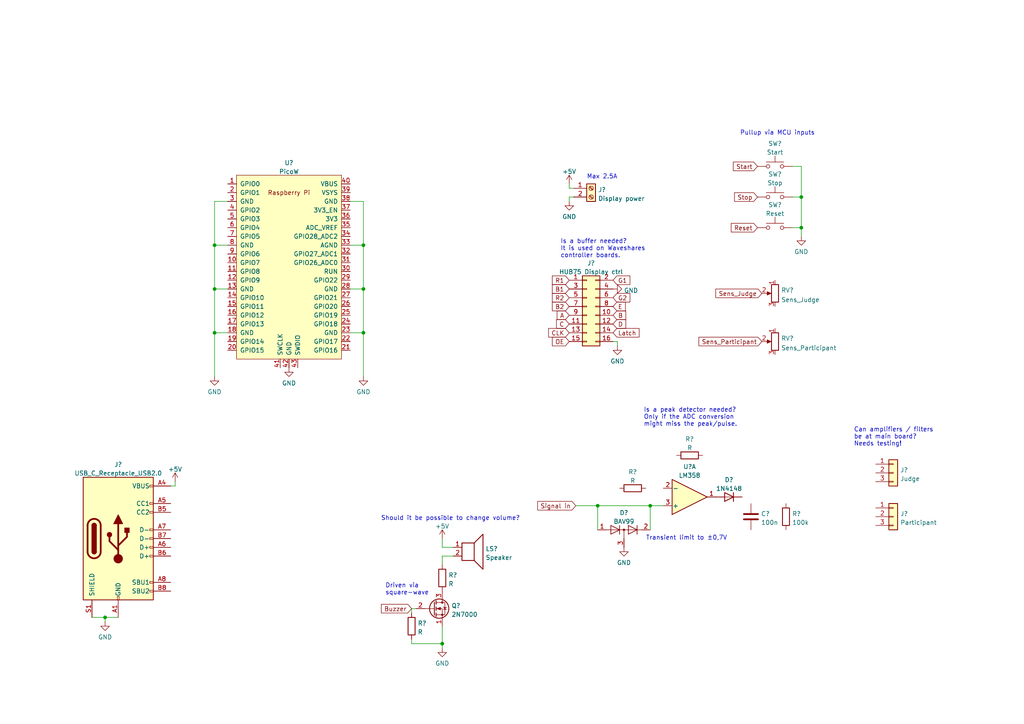
<source format=kicad_sch>
(kicad_sch (version 20211123) (generator eeschema)
  (paper "A4")
  (title_block (title "Bamses Øhlhäfvarstoppur (Bøs)"))
  (lib_symbols
    (symbol "Amplifier_Operational:LM358" (pin_names (offset 0.127))
      (property "Reference" "U" (at 0 5.08 0))
      (property "Value" "LM358" (at 0 -5.08 0))
      (symbol "LM358_1_1"
        (polyline (pts (xy -5.08 5.08) (xy 5.08 0) (xy -5.08 -5.08) (xy -5.08 5.08)) (stroke (width 0.254)) (fill (type background)))
        (pin output line (at 7.62 0 180) (length 2.54) (name "~") (number "1"))
        (pin input line (at -7.62 -2.54 0) (length 2.54) (name "-") (number "2"))
        (pin input line (at -7.62 2.54 0) (length 2.54) (name "+") (number "3"))
      )
      (symbol "LM358_2_1"
        (polyline (pts (xy -5.08 5.08) (xy 5.08 0) (xy -5.08 -5.08) (xy -5.08 5.08)) (stroke (width 0.254)) (fill (type background)))
        (pin input line (at -7.62 2.54 0) (length 2.54) (name "+") (number "5"))
        (pin input line (at -7.62 -2.54 0) (length 2.54) (name "-") (number "6"))
        (pin output line (at 7.62 0 180) (length 2.54) (name "~") (number "7"))
      )
      (symbol "LM358_3_1"
        (pin power_in line (at -2.54 -7.62 90) (length 3.81) (name "V-") (number "4"))
        (pin power_in line (at -2.54 7.62 270) (length 3.81) (name "V+") (number "8"))
      )
    )
    (symbol "Connector:Screw_Terminal_01x02" (pin_names (offset 1.016) hide)
      (property "Reference" "J" (at 0 2.54 0))
      (property "Value" "Screw_Terminal_01x02" (at 0 -5.08 0))
      (symbol "Screw_Terminal_01x02_1_1"
        (rectangle (start -1.27 1.27) (end 1.27 -3.81) (stroke (width 0.254)) (fill (type background)))
        (circle (center 0 -2.54) (radius 0.635) (stroke (width 0.1524)))
        (polyline (pts (xy -0.5334 -2.2098) (xy 0.3302 -3.048)) (stroke (width 0.1524)))
        (polyline (pts (xy -0.5334 0.3302) (xy 0.3302 -0.508)) (stroke (width 0.1524)))
        (polyline (pts (xy -0.3556 -2.032) (xy 0.508 -2.8702)) (stroke (width 0.1524)))
        (polyline (pts (xy -0.3556 0.508) (xy 0.508 -0.3302)) (stroke (width 0.1524)))
        (circle (center 0 0) (radius 0.635) (stroke (width 0.1524)))
        (pin passive line (at -5.08 0 0) (length 3.81) (name "Pin_1") (number "1"))
        (pin passive line (at -5.08 -2.54 0) (length 3.81) (name "Pin_2") (number "2"))
      )
    )
    (symbol "Connector:USB_C_Receptacle_USB2.0" (pin_names (offset 1.016))
      (property "Reference" "J" (at -10.16 19.05 0))
      (property "Value" "USB_C_Receptacle_USB2.0" (at 19.05 19.05 0))
      (symbol "USB_C_Receptacle_USB2.0_0_0"
        (rectangle (start -0.254 -17.78) (end 0.254 -16.764))
        (rectangle (start 10.16 -14.986) (end 9.144 -15.494))
        (rectangle (start 10.16 -12.446) (end 9.144 -12.954))
        (rectangle (start 10.16 -4.826) (end 9.144 -5.334))
        (rectangle (start 10.16 -2.286) (end 9.144 -2.794))
        (rectangle (start 10.16 0.254) (end 9.144 -0.254))
        (rectangle (start 10.16 2.794) (end 9.144 2.286))
        (rectangle (start 10.16 7.874) (end 9.144 7.366))
        (rectangle (start 10.16 10.414) (end 9.144 9.906))
        (rectangle (start 10.16 15.494) (end 9.144 14.986))
      )
      (symbol "USB_C_Receptacle_USB2.0_0_1"
        (rectangle (start -10.16 17.78) (end 10.16 -17.78) (stroke (width 0.254)) (fill (type background)))
        (arc (start -8.89 -3.81) (mid -6.985 -5.715) (end -5.08 -3.81) (stroke (width 0.508)))
        (arc (start -7.62 -3.81) (mid -6.985 -4.445) (end -6.35 -3.81) (stroke (width 0.254)))
        (arc (start -7.62 -3.81) (mid -6.985 -4.445) (end -6.35 -3.81) (stroke (width 0.254)) (fill (type outline)))
        (rectangle (start -7.62 -3.81) (end -6.35 3.81) (stroke (width 0.254)) (fill (type outline)))
        (arc (start -6.35 3.81) (mid -6.985 4.445) (end -7.62 3.81) (stroke (width 0.254)))
        (arc (start -6.35 3.81) (mid -6.985 4.445) (end -7.62 3.81) (stroke (width 0.254)) (fill (type outline)))
        (arc (start -5.08 3.81) (mid -6.985 5.715) (end -8.89 3.81) (stroke (width 0.508)))
        (circle (center -2.54 1.143) (radius 0.635) (stroke (width 0.254)) (fill (type outline)))
        (circle (center 0 -5.842) (radius 1.27) (fill (type outline)))
        (polyline (pts (xy -8.89 -3.81) (xy -8.89 3.81)) (stroke (width 0.508)))
        (polyline (pts (xy -5.08 3.81) (xy -5.08 -3.81)) (stroke (width 0.508)))
        (polyline (pts (xy 0 -5.842) (xy 0 4.318)) (stroke (width 0.508)))
        (polyline (pts (xy 0 -3.302) (xy -2.54 -0.762) (xy -2.54 0.508)) (stroke (width 0.508)))
        (polyline (pts (xy 0 -2.032) (xy 2.54 0.508) (xy 2.54 1.778)) (stroke (width 0.508)))
        (polyline (pts (xy -1.27 4.318) (xy 0 6.858) (xy 1.27 4.318) (xy -1.27 4.318)) (stroke (width 0.254)) (fill (type outline)))
        (rectangle (start 1.905 1.778) (end 3.175 3.048) (stroke (width 0.254)) (fill (type outline)))
      )
      (symbol "USB_C_Receptacle_USB2.0_1_1"
        (pin passive line (at 0 -22.86 90) (length 5.08) (name "GND") (number "A1"))
        (pin passive line (at 0 -22.86 90) (length 5.08) hide (name "GND") (number "A12"))
        (pin passive line (at 15.24 15.24 180) (length 5.08) (name "VBUS") (number "A4"))
        (pin bidirectional line (at 15.24 10.16 180) (length 5.08) (name "CC1") (number "A5"))
        (pin bidirectional line (at 15.24 -2.54 180) (length 5.08) (name "D+") (number "A6"))
        (pin bidirectional line (at 15.24 2.54 180) (length 5.08) (name "D-") (number "A7"))
        (pin bidirectional line (at 15.24 -12.7 180) (length 5.08) (name "SBU1") (number "A8"))
        (pin passive line (at 15.24 15.24 180) (length 5.08) hide (name "VBUS") (number "A9"))
        (pin passive line (at 0 -22.86 90) (length 5.08) hide (name "GND") (number "B1"))
        (pin passive line (at 0 -22.86 90) (length 5.08) hide (name "GND") (number "B12"))
        (pin passive line (at 15.24 15.24 180) (length 5.08) hide (name "VBUS") (number "B4"))
        (pin bidirectional line (at 15.24 7.62 180) (length 5.08) (name "CC2") (number "B5"))
        (pin bidirectional line (at 15.24 -5.08 180) (length 5.08) (name "D+") (number "B6"))
        (pin bidirectional line (at 15.24 0 180) (length 5.08) (name "D-") (number "B7"))
        (pin bidirectional line (at 15.24 -15.24 180) (length 5.08) (name "SBU2") (number "B8"))
        (pin passive line (at 15.24 15.24 180) (length 5.08) hide (name "VBUS") (number "B9"))
        (pin passive line (at -7.62 -22.86 90) (length 5.08) (name "SHIELD") (number "S1"))
      )
    )
    (symbol "Connector_Generic:Conn_01x03" (pin_names (offset 1.016) hide)
      (property "Reference" "J" (at 0 5.08 0))
      (property "Value" "Conn_01x03" (at 0 -5.08 0))
      (symbol "Conn_01x03_1_1"
        (rectangle (start -1.27 -2.413) (end 0 -2.667) (stroke (width 0.1524)))
        (rectangle (start -1.27 0.127) (end 0 -0.127) (stroke (width 0.1524)))
        (rectangle (start -1.27 2.667) (end 0 2.413) (stroke (width 0.1524)))
        (rectangle (start -1.27 3.81) (end 1.27 -3.81) (stroke (width 0.254)) (fill (type background)))
        (pin passive line (at -5.08 2.54 0) (length 3.81) (name "Pin_1") (number "1"))
        (pin passive line (at -5.08 0 0) (length 3.81) (name "Pin_2") (number "2"))
        (pin passive line (at -5.08 -2.54 0) (length 3.81) (name "Pin_3") (number "3"))
      )
    )
    (symbol "Connector_Generic:Conn_02x08_Odd_Even" (pin_names (offset 1.016) hide)
      (property "Reference" "J" (at 1.27 10.16 0))
      (property "Value" "Conn_02x08_Odd_Even" (at 1.27 -12.7 0))
      (symbol "Conn_02x08_Odd_Even_1_1"
        (rectangle (start -1.27 -10.033) (end 0 -10.287) (stroke (width 0.1524)))
        (rectangle (start -1.27 -7.493) (end 0 -7.747) (stroke (width 0.1524)))
        (rectangle (start -1.27 -4.953) (end 0 -5.207) (stroke (width 0.1524)))
        (rectangle (start -1.27 -2.413) (end 0 -2.667) (stroke (width 0.1524)))
        (rectangle (start -1.27 0.127) (end 0 -0.127) (stroke (width 0.1524)))
        (rectangle (start -1.27 2.667) (end 0 2.413) (stroke (width 0.1524)))
        (rectangle (start -1.27 5.207) (end 0 4.953) (stroke (width 0.1524)))
        (rectangle (start -1.27 7.747) (end 0 7.493) (stroke (width 0.1524)))
        (rectangle (start -1.27 8.89) (end 3.81 -11.43) (stroke (width 0.254)) (fill (type background)))
        (rectangle (start 3.81 -10.033) (end 2.54 -10.287) (stroke (width 0.1524)))
        (rectangle (start 3.81 -7.493) (end 2.54 -7.747) (stroke (width 0.1524)))
        (rectangle (start 3.81 -4.953) (end 2.54 -5.207) (stroke (width 0.1524)))
        (rectangle (start 3.81 -2.413) (end 2.54 -2.667) (stroke (width 0.1524)))
        (rectangle (start 3.81 0.127) (end 2.54 -0.127) (stroke (width 0.1524)))
        (rectangle (start 3.81 2.667) (end 2.54 2.413) (stroke (width 0.1524)))
        (rectangle (start 3.81 5.207) (end 2.54 4.953) (stroke (width 0.1524)))
        (rectangle (start 3.81 7.747) (end 2.54 7.493) (stroke (width 0.1524)))
        (pin passive line (at -5.08 7.62 0) (length 3.81) (name "Pin_1") (number "1"))
        (pin passive line (at 7.62 -2.54 180) (length 3.81) (name "Pin_10") (number "10"))
        (pin passive line (at -5.08 -5.08 0) (length 3.81) (name "Pin_11") (number "11"))
        (pin passive line (at 7.62 -5.08 180) (length 3.81) (name "Pin_12") (number "12"))
        (pin passive line (at -5.08 -7.62 0) (length 3.81) (name "Pin_13") (number "13"))
        (pin passive line (at 7.62 -7.62 180) (length 3.81) (name "Pin_14") (number "14"))
        (pin passive line (at -5.08 -10.16 0) (length 3.81) (name "Pin_15") (number "15"))
        (pin passive line (at 7.62 -10.16 180) (length 3.81) (name "Pin_16") (number "16"))
        (pin passive line (at 7.62 7.62 180) (length 3.81) (name "Pin_2") (number "2"))
        (pin passive line (at -5.08 5.08 0) (length 3.81) (name "Pin_3") (number "3"))
        (pin passive line (at 7.62 5.08 180) (length 3.81) (name "Pin_4") (number "4"))
        (pin passive line (at -5.08 2.54 0) (length 3.81) (name "Pin_5") (number "5"))
        (pin passive line (at 7.62 2.54 180) (length 3.81) (name "Pin_6") (number "6"))
        (pin passive line (at -5.08 0 0) (length 3.81) (name "Pin_7") (number "7"))
        (pin passive line (at 7.62 0 180) (length 3.81) (name "Pin_8") (number "8"))
        (pin passive line (at -5.08 -2.54 0) (length 3.81) (name "Pin_9") (number "9"))
      )
    )
    (symbol "Device:C" (pin_numbers hide) (pin_names (offset 0.254))
      (property "Reference" "C" (at 0.635 2.54 0))
      (property "Value" "C" (at 0.635 -2.54 0))
      (symbol "C_0_1"
        (polyline (pts (xy -2.032 -0.762) (xy 2.032 -0.762)) (stroke (width 0.508)))
        (polyline (pts (xy -2.032 0.762) (xy 2.032 0.762)) (stroke (width 0.508)))
      )
      (symbol "C_1_1"
        (pin passive line (at 0 3.81 270) (length 2.794) (name "~") (number "1"))
        (pin passive line (at 0 -3.81 90) (length 2.794) (name "~") (number "2"))
      )
    )
    (symbol "Device:D" (pin_numbers hide) (pin_names (offset 1.016) hide)
      (property "Reference" "D" (at 0 2.54 0))
      (property "Value" "D" (at 0 -2.54 0))
      (symbol "D_0_1"
        (polyline (pts (xy -1.27 1.27) (xy -1.27 -1.27)) (stroke (width 0.254)))
        (polyline (pts (xy 1.27 0) (xy -1.27 0)))
        (polyline (pts (xy 1.27 1.27) (xy 1.27 -1.27) (xy -1.27 0) (xy 1.27 1.27)) (stroke (width 0.254)))
      )
      (symbol "D_1_1"
        (pin passive line (at -3.81 0 0) (length 2.54) (name "K") (number "1"))
        (pin passive line (at 3.81 0 180) (length 2.54) (name "A") (number "2"))
      )
    )
    (symbol "Device:R" (pin_numbers hide) (pin_names (offset 0))
      (property "Reference" "R" (at 2.032 0 90))
      (property "Value" "R" (at 0 0 90))
      (symbol "R_0_1"
        (rectangle (start -1.016 -2.54) (end 1.016 2.54) (stroke (width 0.254)))
      )
      (symbol "R_1_1"
        (pin passive line (at 0 3.81 270) (length 1.27) (name "~") (number "1"))
        (pin passive line (at 0 -3.81 90) (length 1.27) (name "~") (number "2"))
      )
    )
    (symbol "Device:R_Potentiometer" (pin_names (offset 1.016) hide)
      (property "Reference" "RV" (at -4.445 0 90))
      (property "Value" "R_Potentiometer" (at -2.54 0 90))
      (symbol "R_Potentiometer_0_1"
        (polyline (pts (xy 2.54 0) (xy 1.524 0)))
        (polyline (pts (xy 1.143 0) (xy 2.286 0.508) (xy 2.286 -0.508) (xy 1.143 0)) (fill (type outline)))
        (rectangle (start 1.016 2.54) (end -1.016 -2.54) (stroke (width 0.254)))
      )
      (symbol "R_Potentiometer_1_1"
        (pin passive line (at 0 3.81 270) (length 1.27) (name "1") (number "1"))
        (pin passive line (at 3.81 0 180) (length 1.27) (name "2") (number "2"))
        (pin passive line (at 0 -3.81 90) (length 1.27) (name "3") (number "3"))
      )
    )
    (symbol "Device:Speaker" (pin_names (offset 0) hide)
      (property "Reference" "LS" (at 1.27 5.715 0))
      (property "Value" "Speaker" (at 1.27 3.81 0))
      (symbol "Speaker_0_0"
        (rectangle (start -2.54 1.27) (end 1.016 -3.81) (stroke (width 0.254)))
        (polyline (pts (xy 1.016 1.27) (xy 3.556 3.81) (xy 3.556 -6.35) (xy 1.016 -3.81)) (stroke (width 0.254)))
      )
      (symbol "Speaker_1_1"
        (pin input line (at -5.08 0 0) (length 2.54) (name "1") (number "1"))
        (pin input line (at -5.08 -2.54 0) (length 2.54) (name "2") (number "2"))
      )
    )
    (symbol "Diode:BAV99" (pin_names hide)
      (property "Reference" "D" (at 0 5.08 0))
      (property "Value" "BAV99" (at 0 2.54 0))
      (symbol "BAV99_0_1"
        (polyline (pts (xy -5.08 0) (xy 5.08 0)))
      )
      (symbol "BAV99_1_1"
        (polyline (pts (xy 0 0) (xy 0 -2.54)))
        (polyline (pts (xy -1.27 -1.27) (xy -1.27 1.27) (xy -1.27 1.27)) (stroke (width 0.2032)))
        (polyline (pts (xy 3.81 1.27) (xy 3.81 -1.27) (xy 3.81 -1.27)) (stroke (width 0.2032)))
        (polyline (pts (xy -3.81 1.27) (xy -1.27 0) (xy -3.81 -1.27) (xy -3.81 1.27) (xy -3.81 1.27) (xy -3.81 1.27)) (stroke (width 0.2032)))
        (polyline (pts (xy 1.27 1.27) (xy 3.81 0) (xy 1.27 -1.27) (xy 1.27 1.27) (xy 1.27 1.27) (xy 1.27 1.27)) (stroke (width 0.2032)))
        (circle (center 0 0) (radius 0.254) (fill (type outline)))
        (pin passive line (at -7.62 0 0) (length 2.54) (name "K") (number "1"))
        (pin passive line (at 7.62 0 180) (length 2.54) (name "A") (number "2"))
        (pin passive line (at 0 -5.08 90) (length 2.54) (name "K") (number "3"))
      )
    )
    (symbol "RPi_Pico:PicoW" (pin_names (offset 1.016))
      (property "Reference" "U" (at -13.97 27.94 0))
      (property "Value" "PicoW" (at 0 19.05 0))
      (symbol "PicoW_0_0"
        (text "Raspberry Pi" (at 0 21.59 0) (effects (font (size 1.27 1.27))))
      )
      (symbol "PicoW_0_1"
        (rectangle (start -15.24 26.67) (end 15.24 -26.67) (fill (type background)))
      )
      (symbol "PicoW_1_1"
        (pin bidirectional line (at -17.78 24.13 0) (length 2.54) (name "GPIO0") (number "1"))
        (pin bidirectional line (at -17.78 1.27 0) (length 2.54) (name "GPIO7") (number "10"))
        (pin bidirectional line (at -17.78 -1.27 0) (length 2.54) (name "GPIO8") (number "11"))
        (pin bidirectional line (at -17.78 -3.81 0) (length 2.54) (name "GPIO9") (number "12"))
        (pin power_in line (at -17.78 -6.35 0) (length 2.54) (name "GND") (number "13"))
        (pin bidirectional line (at -17.78 -8.89 0) (length 2.54) (name "GPIO10") (number "14"))
        (pin bidirectional line (at -17.78 -11.43 0) (length 2.54) (name "GPIO11") (number "15"))
        (pin bidirectional line (at -17.78 -13.97 0) (length 2.54) (name "GPIO12") (number "16"))
        (pin bidirectional line (at -17.78 -16.51 0) (length 2.54) (name "GPIO13") (number "17"))
        (pin power_in line (at -17.78 -19.05 0) (length 2.54) (name "GND") (number "18"))
        (pin bidirectional line (at -17.78 -21.59 0) (length 2.54) (name "GPIO14") (number "19"))
        (pin bidirectional line (at -17.78 21.59 0) (length 2.54) (name "GPIO1") (number "2"))
        (pin bidirectional line (at -17.78 -24.13 0) (length 2.54) (name "GPIO15") (number "20"))
        (pin bidirectional line (at 17.78 -24.13 180) (length 2.54) (name "GPIO16") (number "21"))
        (pin bidirectional line (at 17.78 -21.59 180) (length 2.54) (name "GPIO17") (number "22"))
        (pin power_in line (at 17.78 -19.05 180) (length 2.54) (name "GND") (number "23"))
        (pin bidirectional line (at 17.78 -16.51 180) (length 2.54) (name "GPIO18") (number "24"))
        (pin bidirectional line (at 17.78 -13.97 180) (length 2.54) (name "GPIO19") (number "25"))
        (pin bidirectional line (at 17.78 -11.43 180) (length 2.54) (name "GPIO20") (number "26"))
        (pin bidirectional line (at 17.78 -8.89 180) (length 2.54) (name "GPIO21") (number "27"))
        (pin power_in line (at 17.78 -6.35 180) (length 2.54) (name "GND") (number "28"))
        (pin bidirectional line (at 17.78 -3.81 180) (length 2.54) (name "GPIO22") (number "29"))
        (pin power_in line (at -17.78 19.05 0) (length 2.54) (name "GND") (number "3"))
        (pin input line (at 17.78 -1.27 180) (length 2.54) (name "RUN") (number "30"))
        (pin bidirectional line (at 17.78 1.27 180) (length 2.54) (name "GPIO26_ADC0") (number "31"))
        (pin bidirectional line (at 17.78 3.81 180) (length 2.54) (name "GPIO27_ADC1") (number "32"))
        (pin power_in line (at 17.78 6.35 180) (length 2.54) (name "AGND") (number "33"))
        (pin bidirectional line (at 17.78 8.89 180) (length 2.54) (name "GPIO28_ADC2") (number "34"))
        (pin unspecified line (at 17.78 11.43 180) (length 2.54) (name "ADC_VREF") (number "35"))
        (pin unspecified line (at 17.78 13.97 180) (length 2.54) (name "3V3") (number "36"))
        (pin input line (at 17.78 16.51 180) (length 2.54) (name "3V3_EN") (number "37"))
        (pin bidirectional line (at 17.78 19.05 180) (length 2.54) (name "GND") (number "38"))
        (pin unspecified line (at 17.78 21.59 180) (length 2.54) (name "VSYS") (number "39"))
        (pin bidirectional line (at -17.78 16.51 0) (length 2.54) (name "GPIO2") (number "4"))
        (pin unspecified line (at 17.78 24.13 180) (length 2.54) (name "VBUS") (number "40"))
        (pin input line (at -2.54 -29.21 90) (length 2.54) (name "SWCLK") (number "41"))
        (pin power_in line (at 0 -29.21 90) (length 2.54) (name "GND") (number "42"))
        (pin bidirectional line (at 2.54 -29.21 90) (length 2.54) (name "SWDIO") (number "43"))
        (pin bidirectional line (at -17.78 13.97 0) (length 2.54) (name "GPIO3") (number "5"))
        (pin bidirectional line (at -17.78 11.43 0) (length 2.54) (name "GPIO4") (number "6"))
        (pin bidirectional line (at -17.78 8.89 0) (length 2.54) (name "GPIO5") (number "7"))
        (pin power_in line (at -17.78 6.35 0) (length 2.54) (name "GND") (number "8"))
        (pin bidirectional line (at -17.78 3.81 0) (length 2.54) (name "GPIO6") (number "9"))
      )
    )
    (symbol "Switch:SW_Push" (pin_numbers hide) (pin_names (offset 1.016) hide)
      (property "Reference" "SW" (at 1.27 2.54 0))
      (property "Value" "SW_Push" (at 0 -1.524 0))
      (symbol "SW_Push_0_1"
        (circle (center -2.032 0) (radius 0.508))
        (polyline (pts (xy 0 1.27) (xy 0 3.048)))
        (polyline (pts (xy 2.54 1.27) (xy -2.54 1.27)))
        (circle (center 2.032 0) (radius 0.508))
        (pin passive line (at -5.08 0 0) (length 2.54) (name "1") (number "1"))
        (pin passive line (at 5.08 0 180) (length 2.54) (name "2") (number "2"))
      )
    )
    (symbol "Transistor_FET:2N7000" (pin_names hide)
      (property "Reference" "Q" (at 5.08 1.905 0))
      (property "Value" "2N7000" (at 5.08 0 0))
      (symbol "2N7000_0_1"
        (polyline (pts (xy 0.254 0) (xy -2.54 0)))
        (polyline (pts (xy 0.254 1.905) (xy 0.254 -1.905)) (stroke (width 0.254)))
        (polyline (pts (xy 0.762 -1.27) (xy 0.762 -2.286)) (stroke (width 0.254)))
        (polyline (pts (xy 0.762 0.508) (xy 0.762 -0.508)) (stroke (width 0.254)))
        (polyline (pts (xy 0.762 2.286) (xy 0.762 1.27)) (stroke (width 0.254)))
        (polyline (pts (xy 2.54 2.54) (xy 2.54 1.778)))
        (polyline (pts (xy 2.54 -2.54) (xy 2.54 0) (xy 0.762 0)))
        (polyline (pts (xy 0.762 -1.778) (xy 3.302 -1.778) (xy 3.302 1.778) (xy 0.762 1.778)))
        (polyline (pts (xy 1.016 0) (xy 2.032 0.381) (xy 2.032 -0.381) (xy 1.016 0)) (fill (type outline)))
        (polyline (pts (xy 2.794 0.508) (xy 2.921 0.381) (xy 3.683 0.381) (xy 3.81 0.254)))
        (polyline (pts (xy 3.302 0.381) (xy 2.921 -0.254) (xy 3.683 -0.254) (xy 3.302 0.381)))
        (circle (center 1.651 0) (radius 2.794) (stroke (width 0.254)))
        (circle (center 2.54 -1.778) (radius 0.254) (fill (type outline)))
        (circle (center 2.54 1.778) (radius 0.254) (fill (type outline)))
      )
      (symbol "2N7000_1_1"
        (pin passive line (at 2.54 -5.08 90) (length 2.54) (name "S") (number "1"))
        (pin input line (at -5.08 0 0) (length 2.54) (name "G") (number "2"))
        (pin passive line (at 2.54 5.08 270) (length 2.54) (name "D") (number "3"))
      )
    )
    (symbol "power:+5V" (power) (pin_names (offset 0))
      (property "Value" "+5V" (at 0 3.556 0))
      (symbol "+5V_0_1"
        (polyline (pts (xy -0.762 1.27) (xy 0 2.54)))
        (polyline (pts (xy 0 0) (xy 0 2.54)))
        (polyline (pts (xy 0 2.54) (xy 0.762 1.27)))
      )
      (symbol "+5V_1_1"
        (pin power_in line (at 0 0 90) (length 0) hide (name "+5V") (number "1"))
      )
    )
    (symbol "power:GND" (power) (pin_names (offset 0))
      (property "Value" "GND" (at 0 -3.81 0))
      (symbol "GND_0_1"
        (polyline (pts (xy 0 0) (xy 0 -1.27) (xy 1.27 -1.27) (xy 0 -2.54) (xy -1.27 -1.27) (xy 0 -1.27)))
      )
      (symbol "GND_1_1"
        (pin power_in line (at 0 0 270) (length 0) hide (name "GND") (number "1"))
      )
    )
  )
  (junction (at 62.23 71.12))
  (junction (at 173.355 146.685))
  (junction (at 105.41 96.52))
  (junction (at 188.595 146.685))
  (junction (at 105.41 83.82))
  (junction (at 128.27 186.69))
  (junction (at 105.41 71.12))
  (junction (at 62.23 96.52))
  (junction (at 232.41 66.04))
  (junction (at 232.41 57.15))
  (junction (at 62.23 83.82))
  (junction (at 30.48 179.07))
  (wire (pts (xy 166.37 54.61) (xy 165.1 54.61)))
  (wire (pts (xy 128.27 161.29) (xy 131.445 161.29)))
  (wire (pts (xy 165.1 57.15) (xy 166.37 57.15)))
  (wire (pts (xy 232.41 48.26) (xy 232.41 57.15)))
  (wire (pts (xy 188.595 153.67) (xy 188.595 146.685)))
  (wire (pts (xy 62.23 96.52) (xy 66.04 96.52)))
  (wire (pts (xy 105.41 71.12) (xy 105.41 83.82)))
  (wire (pts (xy 232.41 57.15) (xy 232.41 66.04)))
  (wire (pts (xy 26.67 179.07) (xy 30.48 179.07)))
  (wire (pts (xy 229.87 48.26) (xy 232.41 48.26)))
  (wire (pts (xy 179.07 99.06) (xy 179.07 100.33)))
  (wire (pts (xy 30.48 179.07) (xy 30.48 180.34)))
  (wire (pts (xy 128.27 186.69) (xy 128.27 187.96)))
  (wire (pts (xy 101.6 83.82) (xy 105.41 83.82)))
  (wire (pts (xy 128.27 181.61) (xy 128.27 186.69)))
  (wire (pts (xy 62.23 58.42) (xy 62.23 71.12)))
  (wire (pts (xy 165.1 58.42) (xy 165.1 57.15)))
  (wire (pts (xy 232.41 66.04) (xy 232.41 68.58)))
  (wire (pts (xy 188.595 146.685) (xy 173.355 146.685)))
  (wire (pts (xy 128.27 158.75) (xy 131.445 158.75)))
  (wire (pts (xy 188.595 146.685) (xy 192.405 146.685)))
  (wire (pts (xy 119.38 176.53) (xy 120.65 176.53)))
  (wire (pts (xy 62.23 71.12) (xy 62.23 83.82)))
  (wire (pts (xy 119.38 186.69) (xy 128.27 186.69)))
  (wire (pts (xy 177.8 99.06) (xy 179.07 99.06)))
  (wire (pts (xy 62.23 83.82) (xy 66.04 83.82)))
  (wire (pts (xy 101.6 96.52) (xy 105.41 96.52)))
  (wire (pts (xy 173.355 146.685) (xy 173.355 153.67)))
  (wire (pts (xy 128.27 156.21) (xy 128.27 158.75)))
  (wire (pts (xy 105.41 58.42) (xy 105.41 71.12)))
  (wire (pts (xy 165.1 54.61) (xy 165.1 53.34)))
  (wire (pts (xy 101.6 71.12) (xy 105.41 71.12)))
  (wire (pts (xy 105.41 83.82) (xy 105.41 96.52)))
  (wire (pts (xy 229.87 66.04) (xy 232.41 66.04)))
  (wire (pts (xy 119.38 186.69) (xy 119.38 185.42)))
  (wire (pts (xy 50.8 140.97) (xy 50.8 139.7)))
  (wire (pts (xy 101.6 58.42) (xy 105.41 58.42)))
  (wire (pts (xy 173.355 146.685) (xy 167.005 146.685)))
  (wire (pts (xy 119.38 177.8) (xy 119.38 176.53)))
  (wire (pts (xy 49.53 140.97) (xy 50.8 140.97)))
  (wire (pts (xy 62.23 96.52) (xy 62.23 109.22)))
  (wire (pts (xy 62.23 71.12) (xy 66.04 71.12)))
  (wire (pts (xy 128.27 161.29) (xy 128.27 163.83)))
  (wire (pts (xy 30.48 179.07) (xy 34.29 179.07)))
  (wire (pts (xy 105.41 96.52) (xy 105.41 109.22)))
  (wire (pts (xy 229.87 57.15) (xy 232.41 57.15)))
  (wire (pts (xy 62.23 83.82) (xy 62.23 96.52)))
  (wire (pts (xy 66.04 58.42) (xy 62.23 58.42)))
  (text "Max 2.5A" (at 170.18 52.07 0) (effects (font (size 1.27 1.27)) (justify left bottom)))
  (text "Is a buffer needed?\nIt is used on Waveshares\ncontroller boards." (at 162.56 74.93 0) (effects (font (size 1.27 1.27)) (justify left bottom)))
  (text "Pullup via MCU inputs" (at 214.63 39.37 0) (effects (font (size 1.27 1.27)) (justify left bottom)))
  (text "Driven via\nsquare-wave" (at 111.76 172.72 0) (effects (font (size 1.27 1.27)) (justify left bottom)))
  (text "Is a peak detector needed?\nOnly if the ADC conversion\nmight miss the peak/pulse." (at 186.69 123.825 0) (effects (font (size 1.27 1.27)) (justify left bottom)))
  (text "Can amplifiers / filters\nbe at main board?\nNeeds testing!" (at 247.65 129.54 0) (effects (font (size 1.27 1.27)) (justify left bottom)))
  (text "Should it be possible to change volume?" (at 110.49 151.13 0) (effects (font (size 1.27 1.27)) (justify left bottom)))
  (text "Transient limit to ±0,7V" (at 187.325 156.845 0) (effects (font (size 1.27 1.27)) (justify left bottom)))
  (global_label "A" (shape input) (at 165.1 91.44 180) (property "Intersheet References" "${INTERSHEET_REFS}" (effects hide)))
  (global_label "R2" (shape input) (at 165.1 86.36 180) (property "Intersheet References" "${INTERSHEET_REFS}" (effects hide)))
  (global_label "Sens_Judge" (shape input) (at 220.98 85.09 180) (property "Intersheet References" "${INTERSHEET_REFS}" (effects hide)))
  (global_label "Buzzer" (shape input) (at 119.38 176.53 180) (property "Intersheet References" "${INTERSHEET_REFS}" (effects hide)))
  (global_label "G1" (shape input) (at 177.8 81.28 0) (property "Intersheet References" "${INTERSHEET_REFS}" (effects hide)))
  (global_label "B2" (shape input) (at 165.1 88.9 180) (property "Intersheet References" "${INTERSHEET_REFS}" (effects hide)))
  (global_label "C" (shape input) (at 165.1 93.98 180) (property "Intersheet References" "${INTERSHEET_REFS}" (effects hide)))
  (global_label "B" (shape input) (at 177.8 91.44 0) (property "Intersheet References" "${INTERSHEET_REFS}" (effects hide)))
  (global_label "D" (shape input) (at 177.8 93.98 0) (property "Intersheet References" "${INTERSHEET_REFS}" (effects hide)))
  (global_label "Start" (shape input) (at 219.71 48.26 180) (property "Intersheet References" "${INTERSHEET_REFS}" (effects hide)))
  (global_label "Latch" (shape input) (at 177.8 96.52 0) (property "Intersheet References" "${INTERSHEET_REFS}" (effects hide)))
  (global_label "OE" (shape input) (at 165.1 99.06 180) (property "Intersheet References" "${INTERSHEET_REFS}" (effects hide)))
  (global_label "Sens_Participant" (shape input) (at 220.98 99.06 180) (property "Intersheet References" "${INTERSHEET_REFS}" (effects hide)))
  (global_label "Signal in" (shape input) (at 167.005 146.685 180) (property "Intersheet References" "${INTERSHEET_REFS}" (effects hide)))
  (global_label "G2" (shape input) (at 177.8 86.36 0) (property "Intersheet References" "${INTERSHEET_REFS}" (effects hide)))
  (global_label "CLK" (shape input) (at 165.1 96.52 180) (property "Intersheet References" "${INTERSHEET_REFS}" (effects hide)))
  (global_label "B1" (shape input) (at 165.1 83.82 180) (property "Intersheet References" "${INTERSHEET_REFS}" (effects hide)))
  (global_label "R1" (shape input) (at 165.1 81.28 180) (property "Intersheet References" "${INTERSHEET_REFS}" (effects hide)))
  (global_label "Reset" (shape input) (at 219.71 66.04 180) (property "Intersheet References" "${INTERSHEET_REFS}" (effects hide)))
  (global_label "E" (shape input) (at 177.8 88.9 0) (property "Intersheet References" "${INTERSHEET_REFS}" (effects hide)))
  (global_label "Stop" (shape input) (at 219.71 57.15 180) (property "Intersheet References" "${INTERSHEET_REFS}" (effects hide)))
  (symbol (lib_id "Device:D") (at 211.455 144.145 180) (unit 1)
    (property "Reference" "D?" (at 211.455 139.1752 0))
    (property "Value" "1N4148" (at 211.455 141.7121 0))
  )
  (symbol (lib_id "Switch:SW_Push") (at 224.79 57.15 0) (unit 1)
    (property "Reference" "SW?" (at 224.79 50.5292 0))
    (property "Value" "Stop" (at 224.79 53.0661 0))
  )
  (symbol (lib_id "power:GND") (at 177.8 83.82 90) (unit 1)
    (property "Reference" "#PWR?" (effects hide))
    (property "Value" "GND" (at 180.975 84.2538 90) (effects (justify right)))
  )
  (symbol (lib_id "power:GND") (at 179.07 100.33 0) (unit 1)
    (property "Reference" "#PWR?" (effects hide))
    (property "Value" "GND" (at 179.07 104.7734 0))
  )
  (symbol (lib_id "Device:R") (at 183.515 141.605 270) (unit 1)
    (property "Reference" "R?" (at 183.515 136.8892 90))
    (property "Value" "R" (at 183.515 139.4261 90))
  )
  (symbol (lib_id "Device:C") (at 217.805 149.86 0) (unit 1)
    (property "Reference" "C?" (at 220.726 149.0253 0) (effects (justify left)))
    (property "Value" "100n" (at 220.726 151.5622 0) (effects (justify left)))
  )
  (symbol (lib_id "Connector_Generic:Conn_02x08_Odd_Even") (at 170.18 88.9 0) (unit 1)
    (property "Reference" "J?" (at 171.45 76.3102 0))
    (property "Value" "HUB75 Display ctrl" (at 171.45 78.8471 0))
  )
  (symbol (lib_id "Connector:USB_C_Receptacle_USB2.0") (at 34.29 156.21 0) (unit 1)
    (property "Reference" "J?" (at 34.29 134.7302 0))
    (property "Value" "USB_C_Receptacle_USB2.0" (at 34.29 137.2671 0))
    (property "Datasheet" "https://www.usb.org/sites/default/files/documents/usb_type-c.zip" (effects hide))
  )
  (symbol (lib_id "Transistor_FET:2N7000") (at 125.73 176.53 0) (unit 1)
    (property "Reference" "Q?" (at 130.937 175.6953 0) (effects (justify left)))
    (property "Value" "2N7000" (at 130.937 178.2322 0) (effects (justify left)))
    (property "Footprint" "Package_TO_SOT_THT:TO-92_Inline" (effects hide))
    (property "Datasheet" "https://www.vishay.com/docs/70226/70226.pdf" (effects hide))
  )
  (symbol (lib_id "Switch:SW_Push") (at 224.79 48.26 0) (unit 1)
    (property "Reference" "SW?" (at 224.79 41.6392 0))
    (property "Value" "Start" (at 224.79 44.1761 0))
  )
  (symbol (lib_id "Switch:SW_Push") (at 224.79 66.04 0) (unit 1)
    (property "Reference" "SW?" (at 224.79 59.4192 0))
    (property "Value" "Reset" (at 224.79 61.9561 0))
  )
  (symbol (lib_id "power:GND") (at 105.41 109.22 0) (unit 1)
    (property "Reference" "#PWR?" (effects hide))
    (property "Value" "GND" (at 105.41 113.6634 0))
  )
  (symbol (lib_id "power:GND") (at 232.41 68.58 0) (unit 1)
    (property "Reference" "#PWR?" (effects hide))
    (property "Value" "GND" (at 232.41 73.0234 0))
  )
  (symbol (lib_id "Device:R_Potentiometer") (at 224.79 85.09 0) (mirror y) (unit 1)
    (property "Reference" "RV?" (at 226.568 84.1815 0) (effects (justify right)))
    (property "Value" "Sens_Judge" (at 226.568 86.9566 0) (effects (justify right)))
  )
  (symbol (lib_id "Connector_Generic:Conn_01x03") (at 259.08 137.16 0) (unit 1)
    (property "Reference" "J?" (at 261.112 136.3253 0) (effects (justify left)))
    (property "Value" "Judge" (at 261.112 138.8622 0) (effects (justify left)))
  )
  (symbol (lib_id "Device:R") (at 128.27 167.64 0) (unit 1)
    (property "Reference" "R?" (at 130.048 166.8053 0) (effects (justify left)))
    (property "Value" "R" (at 130.048 169.3422 0) (effects (justify left)))
  )
  (symbol (lib_id "RPi_Pico:PicoW") (at 83.82 77.47 0) (unit 1)
    (property "Reference" "U?" (at 83.82 47.2272 0))
    (property "Value" "PicoW" (at 83.82 49.7641 0))
    (property "Footprint" "RPi_Pico:RPi_PicoW_SMD_TH" (effects hide))
    (property "Datasheet" "https://datasheets.raspberrypi.com/picow/pico-w-datasheet.pdf" (effects hide))
  )
  (symbol (lib_id "power:+5V") (at 165.1 53.34 0) (unit 1)
    (property "Reference" "#PWR?" (effects hide))
    (property "Value" "+5V" (at 165.1 49.7642 0))
  )
  (symbol (lib_id "power:GND") (at 30.48 180.34 0) (unit 1)
    (property "Reference" "#PWR?" (effects hide))
    (property "Value" "GND" (at 30.48 184.7834 0))
  )
  (symbol (lib_id "Device:R") (at 200.025 132.08 90) (unit 1)
    (property "Reference" "R?" (at 200.025 127.3642 90))
    (property "Value" "R" (at 200.025 129.9011 90))
  )
  (symbol (lib_id "power:GND") (at 128.27 187.96 0) (unit 1)
    (property "Reference" "#PWR?" (effects hide))
    (property "Value" "GND" (at 128.27 192.4034 0))
  )
  (symbol (lib_id "power:GND") (at 180.975 158.75 0) (unit 1)
    (property "Reference" "#PWR?" (effects hide))
    (property "Value" "GND" (at 180.975 163.1934 0))
  )
  (symbol (lib_id "power:GND") (at 62.23 109.22 0) (unit 1)
    (property "Reference" "#PWR?" (effects hide))
    (property "Value" "GND" (at 62.23 113.6634 0))
  )
  (symbol (lib_id "power:GND") (at 83.82 106.68 0) (unit 1)
    (property "Reference" "#PWR?" (effects hide))
    (property "Value" "GND" (at 83.82 111.1234 0))
  )
  (symbol (lib_id "Device:R") (at 227.965 149.86 0) (unit 1)
    (property "Reference" "R?" (at 229.743 149.0253 0) (effects (justify left)))
    (property "Value" "100k" (at 229.743 151.5622 0) (effects (justify left)))
  )
  (symbol (lib_id "Device:Speaker") (at 136.525 158.75 0) (unit 1)
    (property "Reference" "LS?" (at 140.843 159.1853 0) (effects (justify left)))
    (property "Value" "Speaker" (at 140.843 161.7222 0) (effects (justify left)))
  )
  (symbol (lib_id "power:GND") (at 165.1 58.42 0) (unit 1)
    (property "Reference" "#PWR?" (effects hide))
    (property "Value" "GND" (at 165.1 62.8634 0))
  )
  (symbol (lib_id "Connector:Screw_Terminal_01x02") (at 171.45 54.61 0) (unit 1)
    (property "Reference" "J?" (at 173.482 55.0453 0) (effects (justify left)))
    (property "Value" "Display power" (at 173.482 57.5822 0) (effects (justify left)))
  )
  (symbol (lib_id "Device:R_Potentiometer") (at 224.79 99.06 0) (mirror y) (unit 1)
    (property "Reference" "RV?" (at 226.568 98.1515 0) (effects (justify right)))
    (property "Value" "Sens_Participant" (at 226.568 100.9266 0) (effects (justify right)))
  )
  (symbol (lib_id "Diode:BAV99") (at 180.975 153.67 0) (unit 1)
    (property "Reference" "D?" (at 180.975 148.7256 0))
    (property "Value" "BAV99" (at 180.975 151.2625 0))
    (property "Footprint" "Package_TO_SOT_SMD:SOT-23" (effects hide))
    (property "Datasheet" "https://assets.nexperia.com/documents/data-sheet/BAV99_SER.pdf" (effects hide))
  )
  (symbol (lib_id "power:+5V") (at 128.27 156.21 0) (unit 1)
    (property "Reference" "#PWR?" (effects hide))
    (property "Value" "+5V" (at 128.27 152.6342 0))
  )
  (symbol (lib_id "Connector_Generic:Conn_01x03") (at 259.08 149.86 0) (unit 1)
    (property "Reference" "J?" (at 261.112 149.0253 0) (effects (justify left)))
    (property "Value" "Participant" (at 261.112 151.5622 0) (effects (justify left)))
  )
  (symbol (lib_id "Device:R") (at 119.38 181.61 0) (unit 1)
    (property "Reference" "R?" (at 121.158 180.7753 0) (effects (justify left)))
    (property "Value" "R" (at 121.158 183.3122 0) (effects (justify left)))
  )
  (symbol (lib_id "power:+5V") (at 50.8 139.7 0) (unit 1)
    (property "Reference" "#PWR?" (effects hide))
    (property "Value" "+5V" (at 50.8 136.1242 0))
  )
  (symbol (lib_id "Amplifier_Operational:LM358") (at 200.025 144.145 0) (mirror x) (unit 1)
    (property "Reference" "U?" (at 200.025 135.3652 0))
    (property "Value" "LM358" (at 200.025 137.9021 0))
    (property "Datasheet" "http://www.ti.com/lit/ds/symlink/lm2904-n.pdf" (effects hide))
  )
)
</source>
